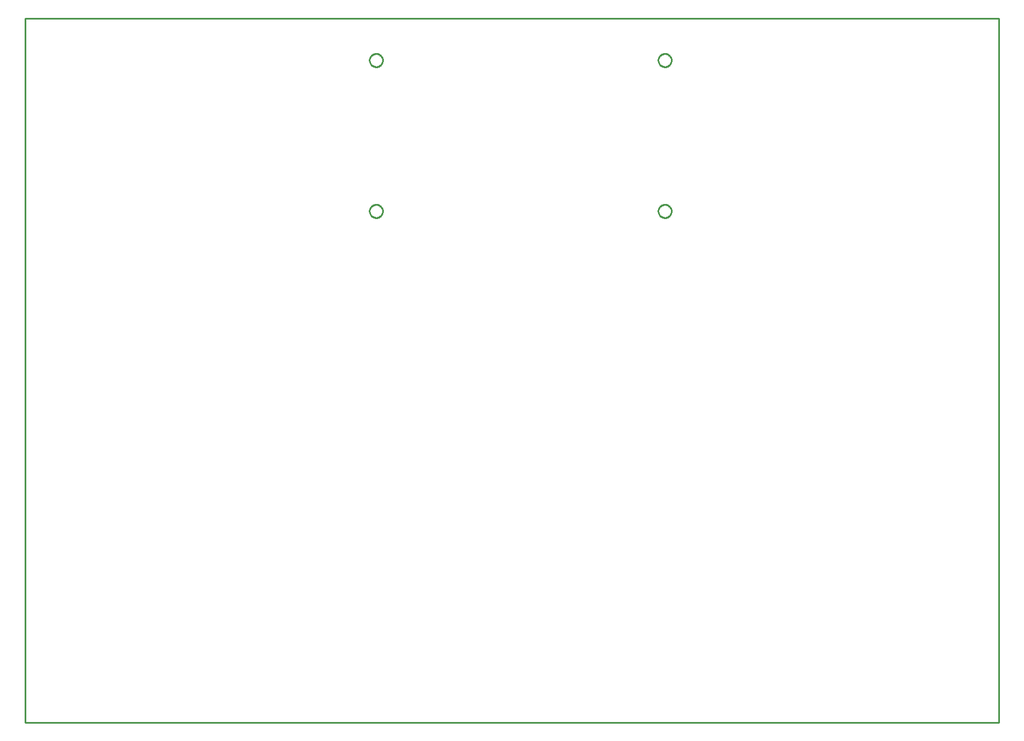
<source format=gbr>
G04 EAGLE Gerber RS-274X export*
G75*
%MOMM*%
%FSLAX34Y34*%
%LPD*%
%IN*%
%IPPOS*%
%AMOC8*
5,1,8,0,0,1.08239X$1,22.5*%
G01*
%ADD10C,0.254000*%


D10*
X0Y0D02*
X1473200Y0D01*
X1473200Y1066800D01*
X0Y1066800D01*
X0Y0D01*
X540860Y774263D02*
X540784Y773394D01*
X540632Y772534D01*
X540406Y771690D01*
X540108Y770870D01*
X539739Y770078D01*
X539302Y769322D01*
X538801Y768607D01*
X538240Y767938D01*
X537622Y767320D01*
X536953Y766759D01*
X536238Y766258D01*
X535482Y765821D01*
X534690Y765452D01*
X533870Y765154D01*
X533026Y764928D01*
X532167Y764776D01*
X531297Y764700D01*
X530423Y764700D01*
X529554Y764776D01*
X528694Y764928D01*
X527850Y765154D01*
X527030Y765452D01*
X526238Y765821D01*
X525482Y766258D01*
X524767Y766759D01*
X524098Y767320D01*
X523480Y767938D01*
X522919Y768607D01*
X522418Y769322D01*
X521981Y770078D01*
X521612Y770870D01*
X521314Y771690D01*
X521088Y772534D01*
X520936Y773394D01*
X520860Y774263D01*
X520860Y775137D01*
X520936Y776007D01*
X521088Y776866D01*
X521314Y777710D01*
X521612Y778530D01*
X521981Y779322D01*
X522418Y780078D01*
X522919Y780793D01*
X523480Y781462D01*
X524098Y782080D01*
X524767Y782641D01*
X525482Y783142D01*
X526238Y783579D01*
X527030Y783948D01*
X527850Y784246D01*
X528694Y784472D01*
X529554Y784624D01*
X530423Y784700D01*
X531297Y784700D01*
X532167Y784624D01*
X533026Y784472D01*
X533870Y784246D01*
X534690Y783948D01*
X535482Y783579D01*
X536238Y783142D01*
X536953Y782641D01*
X537622Y782080D01*
X538240Y781462D01*
X538801Y780793D01*
X539302Y780078D01*
X539739Y779322D01*
X540108Y778530D01*
X540406Y777710D01*
X540632Y776866D01*
X540784Y776007D01*
X540860Y775137D01*
X540860Y774263D01*
X977740Y774263D02*
X977664Y773394D01*
X977512Y772534D01*
X977286Y771690D01*
X976988Y770870D01*
X976619Y770078D01*
X976182Y769322D01*
X975681Y768607D01*
X975120Y767938D01*
X974502Y767320D01*
X973833Y766759D01*
X973118Y766258D01*
X972362Y765821D01*
X971570Y765452D01*
X970750Y765154D01*
X969906Y764928D01*
X969047Y764776D01*
X968177Y764700D01*
X967303Y764700D01*
X966434Y764776D01*
X965574Y764928D01*
X964730Y765154D01*
X963910Y765452D01*
X963118Y765821D01*
X962362Y766258D01*
X961647Y766759D01*
X960978Y767320D01*
X960360Y767938D01*
X959799Y768607D01*
X959298Y769322D01*
X958861Y770078D01*
X958492Y770870D01*
X958194Y771690D01*
X957968Y772534D01*
X957816Y773394D01*
X957740Y774263D01*
X957740Y775137D01*
X957816Y776007D01*
X957968Y776866D01*
X958194Y777710D01*
X958492Y778530D01*
X958861Y779322D01*
X959298Y780078D01*
X959799Y780793D01*
X960360Y781462D01*
X960978Y782080D01*
X961647Y782641D01*
X962362Y783142D01*
X963118Y783579D01*
X963910Y783948D01*
X964730Y784246D01*
X965574Y784472D01*
X966434Y784624D01*
X967303Y784700D01*
X968177Y784700D01*
X969047Y784624D01*
X969906Y784472D01*
X970750Y784246D01*
X971570Y783948D01*
X972362Y783579D01*
X973118Y783142D01*
X973833Y782641D01*
X974502Y782080D01*
X975120Y781462D01*
X975681Y780793D01*
X976182Y780078D01*
X976619Y779322D01*
X976988Y778530D01*
X977286Y777710D01*
X977512Y776866D01*
X977664Y776007D01*
X977740Y775137D01*
X977740Y774263D01*
X540860Y1002863D02*
X540784Y1001994D01*
X540632Y1001134D01*
X540406Y1000290D01*
X540108Y999470D01*
X539739Y998678D01*
X539302Y997922D01*
X538801Y997207D01*
X538240Y996538D01*
X537622Y995920D01*
X536953Y995359D01*
X536238Y994858D01*
X535482Y994421D01*
X534690Y994052D01*
X533870Y993754D01*
X533026Y993528D01*
X532167Y993376D01*
X531297Y993300D01*
X530423Y993300D01*
X529554Y993376D01*
X528694Y993528D01*
X527850Y993754D01*
X527030Y994052D01*
X526238Y994421D01*
X525482Y994858D01*
X524767Y995359D01*
X524098Y995920D01*
X523480Y996538D01*
X522919Y997207D01*
X522418Y997922D01*
X521981Y998678D01*
X521612Y999470D01*
X521314Y1000290D01*
X521088Y1001134D01*
X520936Y1001994D01*
X520860Y1002863D01*
X520860Y1003737D01*
X520936Y1004607D01*
X521088Y1005466D01*
X521314Y1006310D01*
X521612Y1007130D01*
X521981Y1007922D01*
X522418Y1008678D01*
X522919Y1009393D01*
X523480Y1010062D01*
X524098Y1010680D01*
X524767Y1011241D01*
X525482Y1011742D01*
X526238Y1012179D01*
X527030Y1012548D01*
X527850Y1012846D01*
X528694Y1013072D01*
X529554Y1013224D01*
X530423Y1013300D01*
X531297Y1013300D01*
X532167Y1013224D01*
X533026Y1013072D01*
X533870Y1012846D01*
X534690Y1012548D01*
X535482Y1012179D01*
X536238Y1011742D01*
X536953Y1011241D01*
X537622Y1010680D01*
X538240Y1010062D01*
X538801Y1009393D01*
X539302Y1008678D01*
X539739Y1007922D01*
X540108Y1007130D01*
X540406Y1006310D01*
X540632Y1005466D01*
X540784Y1004607D01*
X540860Y1003737D01*
X540860Y1002863D01*
X977740Y1002863D02*
X977664Y1001994D01*
X977512Y1001134D01*
X977286Y1000290D01*
X976988Y999470D01*
X976619Y998678D01*
X976182Y997922D01*
X975681Y997207D01*
X975120Y996538D01*
X974502Y995920D01*
X973833Y995359D01*
X973118Y994858D01*
X972362Y994421D01*
X971570Y994052D01*
X970750Y993754D01*
X969906Y993528D01*
X969047Y993376D01*
X968177Y993300D01*
X967303Y993300D01*
X966434Y993376D01*
X965574Y993528D01*
X964730Y993754D01*
X963910Y994052D01*
X963118Y994421D01*
X962362Y994858D01*
X961647Y995359D01*
X960978Y995920D01*
X960360Y996538D01*
X959799Y997207D01*
X959298Y997922D01*
X958861Y998678D01*
X958492Y999470D01*
X958194Y1000290D01*
X957968Y1001134D01*
X957816Y1001994D01*
X957740Y1002863D01*
X957740Y1003737D01*
X957816Y1004607D01*
X957968Y1005466D01*
X958194Y1006310D01*
X958492Y1007130D01*
X958861Y1007922D01*
X959298Y1008678D01*
X959799Y1009393D01*
X960360Y1010062D01*
X960978Y1010680D01*
X961647Y1011241D01*
X962362Y1011742D01*
X963118Y1012179D01*
X963910Y1012548D01*
X964730Y1012846D01*
X965574Y1013072D01*
X966434Y1013224D01*
X967303Y1013300D01*
X968177Y1013300D01*
X969047Y1013224D01*
X969906Y1013072D01*
X970750Y1012846D01*
X971570Y1012548D01*
X972362Y1012179D01*
X973118Y1011742D01*
X973833Y1011241D01*
X974502Y1010680D01*
X975120Y1010062D01*
X975681Y1009393D01*
X976182Y1008678D01*
X976619Y1007922D01*
X976988Y1007130D01*
X977286Y1006310D01*
X977512Y1005466D01*
X977664Y1004607D01*
X977740Y1003737D01*
X977740Y1002863D01*
M02*

</source>
